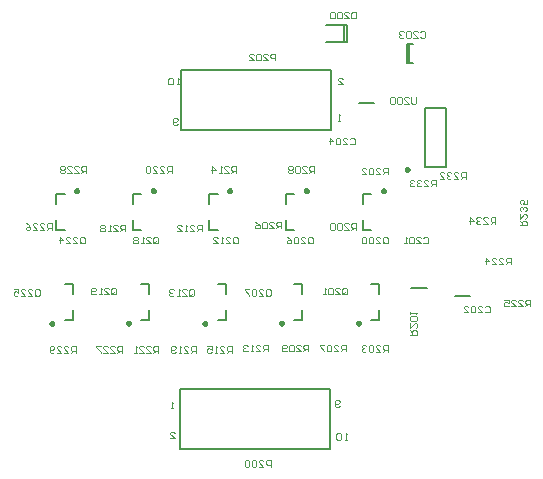
<source format=gbo>
%FSDAX23Y23*%
%MOIN*%
%SFA1B1*%

%IPPOS*%
%ADD32C,0.007900*%
%ADD33C,0.009800*%
%ADD35C,0.003900*%
%LNdriver-1*%
%LPD*%
G54D32*
X03364Y02930D02*
X03415D01*
X03210Y03708D02*
Y03771D01*
X03203Y03708D02*
Y03771D01*
X03226*
X03203Y03708D02*
X03226D01*
X03044Y03574D02*
X03095D01*
X02996Y03775D02*
Y03834D01*
X03003Y03775D02*
Y03834D01*
X02936D02*
X03003D01*
X02936Y03775D02*
X03003D01*
X02447Y02621D02*
X02947D01*
X02447Y02421D02*
X02947D01*
X02447D02*
Y02621D01*
X02947Y02421D02*
Y02621D01*
X02452Y03483D02*
X02952D01*
X02452Y03683D02*
X02952D01*
Y03483D02*
Y03683D01*
X02452Y03483D02*
Y03683D01*
X03057Y03269D02*
X03085D01*
X03057Y03237D02*
Y03269D01*
Y03150D02*
X03085D01*
X03057D02*
Y03182D01*
X03085Y02850D02*
X03112D01*
Y02882*
X03085Y02969D02*
X03112D01*
Y02937D02*
Y02969D01*
X02800Y03269D02*
X02828D01*
X02800Y03237D02*
Y03269D01*
Y03150D02*
X02828D01*
X02800D02*
Y03182D01*
X02828Y02850D02*
X02855D01*
Y02882*
X02828Y02969D02*
X02855D01*
Y02937D02*
Y02969D01*
X02545Y03269D02*
X02573D01*
X02545Y03237D02*
Y03269D01*
Y03150D02*
X02573D01*
X02545D02*
Y03182D01*
X02573Y02850D02*
X02600D01*
Y02882*
X02573Y02969D02*
X02600D01*
Y02937D02*
Y02969D01*
X02290Y03269D02*
X02318D01*
X02290Y03237D02*
Y03269D01*
Y03150D02*
X02318D01*
X02290D02*
Y03182D01*
X02318Y02850D02*
X02345D01*
Y02882*
X02318Y02969D02*
X02345D01*
Y02937D02*
Y02969D01*
X02035Y03269D02*
X02063D01*
X02035Y03237D02*
Y03269D01*
Y03150D02*
X02063D01*
X02035D02*
Y03182D01*
X02063Y02850D02*
X02090D01*
Y02882*
X02063Y02969D02*
X02090D01*
Y02937D02*
Y02969D01*
X03264Y03361D02*
Y03558D01*
X03335Y03361D02*
Y03558D01*
X03264Y03361D02*
X03335D01*
X03264Y03558D02*
X03335D01*
X03219Y02955D02*
X03270D01*
G54D33*
X03131Y03280D02*
D01*
X03131Y03281*
X03131Y03281*
X03131Y03281*
X03131Y03282*
X03131Y03282*
X03130Y03282*
X03130Y03283*
X03130Y03283*
X03130Y03283*
X03130Y03284*
X03129Y03284*
X03129Y03284*
X03129Y03284*
X03129Y03284*
X03128Y03285*
X03128Y03285*
X03128Y03285*
X03127Y03285*
X03127Y03285*
X03127Y03285*
X03126Y03285*
X03126Y03285*
X03126*
X03125Y03285*
X03125Y03285*
X03125Y03285*
X03124Y03285*
X03124Y03285*
X03124Y03285*
X03123Y03285*
X03123Y03284*
X03123Y03284*
X03123Y03284*
X03122Y03284*
X03122Y03284*
X03122Y03283*
X03122Y03283*
X03122Y03283*
X03121Y03282*
X03121Y03282*
X03121Y03282*
X03121Y03281*
X03121Y03281*
X03121Y03281*
X03121Y03280*
X03121Y03280*
X03121Y03280*
X03121Y03279*
X03121Y03279*
X03121Y03279*
X03121Y03278*
X03122Y03278*
X03122Y03278*
X03122Y03278*
X03122Y03277*
X03122Y03277*
X03123Y03277*
X03123Y03277*
X03123Y03276*
X03123Y03276*
X03124Y03276*
X03124Y03276*
X03124Y03276*
X03125Y03276*
X03125Y03276*
X03125Y03276*
X03126Y03276*
X03126*
X03126Y03276*
X03127Y03276*
X03127Y03276*
X03127Y03276*
X03128Y03276*
X03128Y03276*
X03128Y03276*
X03129Y03276*
X03129Y03277*
X03129Y03277*
X03129Y03277*
X03130Y03277*
X03130Y03278*
X03130Y03278*
X03130Y03278*
X03130Y03278*
X03131Y03279*
X03131Y03279*
X03131Y03279*
X03131Y03280*
X03131Y03280*
X03131Y03280*
X03048Y02839D02*
D01*
X03048Y02839*
X03048Y02839*
X03048Y02840*
X03048Y02840*
X03048Y02840*
X03048Y02841*
X03048Y02841*
X03047Y02841*
X03047Y02841*
X03047Y02842*
X03047Y02842*
X03046Y02842*
X03046Y02842*
X03046Y02843*
X03046Y02843*
X03045Y02843*
X03045Y02843*
X03045Y02843*
X03044Y02843*
X03044Y02843*
X03044Y02843*
X03043Y02843*
X03043*
X03043Y02843*
X03042Y02843*
X03042Y02843*
X03042Y02843*
X03041Y02843*
X03041Y02843*
X03041Y02843*
X03040Y02843*
X03040Y02842*
X03040Y02842*
X03040Y02842*
X03039Y02842*
X03039Y02841*
X03039Y02841*
X03039Y02841*
X03039Y02841*
X03039Y02840*
X03038Y02840*
X03038Y02840*
X03038Y02839*
X03038Y02839*
X03038Y02839*
X03038Y02838*
X03038Y02838*
X03038Y02838*
X03038Y02837*
X03039Y02837*
X03039Y02837*
X03039Y02836*
X03039Y02836*
X03039Y02836*
X03039Y02835*
X03040Y02835*
X03040Y02835*
X03040Y02835*
X03040Y02835*
X03041Y02834*
X03041Y02834*
X03041Y02834*
X03042Y02834*
X03042Y02834*
X03042Y02834*
X03043Y02834*
X03043Y02834*
X03043*
X03044Y02834*
X03044Y02834*
X03044Y02834*
X03045Y02834*
X03045Y02834*
X03045Y02834*
X03046Y02834*
X03046Y02835*
X03046Y02835*
X03046Y02835*
X03047Y02835*
X03047Y02835*
X03047Y02836*
X03047Y02836*
X03048Y02836*
X03048Y02837*
X03048Y02837*
X03048Y02837*
X03048Y02838*
X03048Y02838*
X03048Y02838*
X03048Y02839*
X02874Y03280D02*
D01*
X02874Y03281*
X02874Y03281*
X02874Y03281*
X02874Y03282*
X02874Y03282*
X02873Y03282*
X02873Y03283*
X02873Y03283*
X02873Y03283*
X02873Y03284*
X02872Y03284*
X02872Y03284*
X02872Y03284*
X02872Y03284*
X02871Y03285*
X02871Y03285*
X02871Y03285*
X02870Y03285*
X02870Y03285*
X02870Y03285*
X02869Y03285*
X02869Y03285*
X02869*
X02868Y03285*
X02868Y03285*
X02868Y03285*
X02867Y03285*
X02867Y03285*
X02867Y03285*
X02866Y03285*
X02866Y03284*
X02866Y03284*
X02866Y03284*
X02865Y03284*
X02865Y03284*
X02865Y03283*
X02865Y03283*
X02865Y03283*
X02864Y03282*
X02864Y03282*
X02864Y03282*
X02864Y03281*
X02864Y03281*
X02864Y03281*
X02864Y03280*
X02864Y03280*
X02864Y03280*
X02864Y03279*
X02864Y03279*
X02864Y03279*
X02864Y03278*
X02865Y03278*
X02865Y03278*
X02865Y03278*
X02865Y03277*
X02865Y03277*
X02866Y03277*
X02866Y03277*
X02866Y03276*
X02866Y03276*
X02867Y03276*
X02867Y03276*
X02867Y03276*
X02868Y03276*
X02868Y03276*
X02868Y03276*
X02869Y03276*
X02869*
X02869Y03276*
X02870Y03276*
X02870Y03276*
X02870Y03276*
X02871Y03276*
X02871Y03276*
X02871Y03276*
X02872Y03276*
X02872Y03277*
X02872Y03277*
X02872Y03277*
X02873Y03277*
X02873Y03278*
X02873Y03278*
X02873Y03278*
X02873Y03278*
X02874Y03279*
X02874Y03279*
X02874Y03279*
X02874Y03280*
X02874Y03280*
X02874Y03280*
X02791Y02839D02*
D01*
X02791Y02839*
X02791Y02839*
X02791Y02840*
X02791Y02840*
X02791Y02840*
X02791Y02841*
X02791Y02841*
X02790Y02841*
X02790Y02841*
X02790Y02842*
X02790Y02842*
X02789Y02842*
X02789Y02842*
X02789Y02843*
X02789Y02843*
X02788Y02843*
X02788Y02843*
X02788Y02843*
X02787Y02843*
X02787Y02843*
X02787Y02843*
X02786Y02843*
X02786*
X02786Y02843*
X02785Y02843*
X02785Y02843*
X02785Y02843*
X02784Y02843*
X02784Y02843*
X02784Y02843*
X02783Y02843*
X02783Y02842*
X02783Y02842*
X02783Y02842*
X02782Y02842*
X02782Y02841*
X02782Y02841*
X02782Y02841*
X02782Y02841*
X02782Y02840*
X02781Y02840*
X02781Y02840*
X02781Y02839*
X02781Y02839*
X02781Y02839*
X02781Y02838*
X02781Y02838*
X02781Y02838*
X02781Y02837*
X02782Y02837*
X02782Y02837*
X02782Y02836*
X02782Y02836*
X02782Y02836*
X02782Y02835*
X02783Y02835*
X02783Y02835*
X02783Y02835*
X02783Y02835*
X02784Y02834*
X02784Y02834*
X02784Y02834*
X02785Y02834*
X02785Y02834*
X02785Y02834*
X02786Y02834*
X02786Y02834*
X02786*
X02787Y02834*
X02787Y02834*
X02787Y02834*
X02788Y02834*
X02788Y02834*
X02788Y02834*
X02789Y02834*
X02789Y02835*
X02789Y02835*
X02789Y02835*
X02790Y02835*
X02790Y02835*
X02790Y02836*
X02790Y02836*
X02791Y02836*
X02791Y02837*
X02791Y02837*
X02791Y02837*
X02791Y02838*
X02791Y02838*
X02791Y02838*
X02791Y02839*
X02619Y03280D02*
D01*
X02619Y03281*
X02619Y03281*
X02619Y03281*
X02619Y03282*
X02619Y03282*
X02618Y03282*
X02618Y03283*
X02618Y03283*
X02618Y03283*
X02618Y03284*
X02617Y03284*
X02617Y03284*
X02617Y03284*
X02617Y03284*
X02616Y03285*
X02616Y03285*
X02616Y03285*
X02615Y03285*
X02615Y03285*
X02615Y03285*
X02614Y03285*
X02614Y03285*
X02614*
X02613Y03285*
X02613Y03285*
X02613Y03285*
X02612Y03285*
X02612Y03285*
X02612Y03285*
X02611Y03285*
X02611Y03284*
X02611Y03284*
X02611Y03284*
X02610Y03284*
X02610Y03284*
X02610Y03283*
X02610Y03283*
X02610Y03283*
X02609Y03282*
X02609Y03282*
X02609Y03282*
X02609Y03281*
X02609Y03281*
X02609Y03281*
X02609Y03280*
X02609Y03280*
X02609Y03280*
X02609Y03279*
X02609Y03279*
X02609Y03279*
X02609Y03278*
X02610Y03278*
X02610Y03278*
X02610Y03278*
X02610Y03277*
X02610Y03277*
X02611Y03277*
X02611Y03277*
X02611Y03276*
X02611Y03276*
X02612Y03276*
X02612Y03276*
X02612Y03276*
X02613Y03276*
X02613Y03276*
X02613Y03276*
X02614Y03276*
X02614*
X02614Y03276*
X02615Y03276*
X02615Y03276*
X02615Y03276*
X02616Y03276*
X02616Y03276*
X02616Y03276*
X02617Y03276*
X02617Y03277*
X02617Y03277*
X02617Y03277*
X02618Y03277*
X02618Y03278*
X02618Y03278*
X02618Y03278*
X02618Y03278*
X02619Y03279*
X02619Y03279*
X02619Y03279*
X02619Y03280*
X02619Y03280*
X02619Y03280*
X02536Y02839D02*
D01*
X02536Y02839*
X02536Y02839*
X02536Y02840*
X02536Y02840*
X02536Y02840*
X02536Y02841*
X02536Y02841*
X02535Y02841*
X02535Y02841*
X02535Y02842*
X02535Y02842*
X02534Y02842*
X02534Y02842*
X02534Y02843*
X02534Y02843*
X02533Y02843*
X02533Y02843*
X02533Y02843*
X02532Y02843*
X02532Y02843*
X02532Y02843*
X02531Y02843*
X02531*
X02531Y02843*
X02530Y02843*
X02530Y02843*
X02530Y02843*
X02529Y02843*
X02529Y02843*
X02529Y02843*
X02528Y02843*
X02528Y02842*
X02528Y02842*
X02528Y02842*
X02527Y02842*
X02527Y02841*
X02527Y02841*
X02527Y02841*
X02527Y02841*
X02527Y02840*
X02526Y02840*
X02526Y02840*
X02526Y02839*
X02526Y02839*
X02526Y02839*
X02526Y02838*
X02526Y02838*
X02526Y02838*
X02526Y02837*
X02527Y02837*
X02527Y02837*
X02527Y02836*
X02527Y02836*
X02527Y02836*
X02527Y02835*
X02528Y02835*
X02528Y02835*
X02528Y02835*
X02528Y02835*
X02529Y02834*
X02529Y02834*
X02529Y02834*
X02530Y02834*
X02530Y02834*
X02530Y02834*
X02531Y02834*
X02531Y02834*
X02531*
X02532Y02834*
X02532Y02834*
X02532Y02834*
X02533Y02834*
X02533Y02834*
X02533Y02834*
X02534Y02834*
X02534Y02835*
X02534Y02835*
X02534Y02835*
X02535Y02835*
X02535Y02835*
X02535Y02836*
X02535Y02836*
X02536Y02836*
X02536Y02837*
X02536Y02837*
X02536Y02837*
X02536Y02838*
X02536Y02838*
X02536Y02838*
X02536Y02839*
X02364Y03280D02*
D01*
X02364Y03281*
X02364Y03281*
X02364Y03281*
X02364Y03282*
X02364Y03282*
X02363Y03282*
X02363Y03283*
X02363Y03283*
X02363Y03283*
X02363Y03284*
X02362Y03284*
X02362Y03284*
X02362Y03284*
X02362Y03284*
X02361Y03285*
X02361Y03285*
X02361Y03285*
X02360Y03285*
X02360Y03285*
X02360Y03285*
X02359Y03285*
X02359Y03285*
X02359*
X02358Y03285*
X02358Y03285*
X02358Y03285*
X02357Y03285*
X02357Y03285*
X02357Y03285*
X02356Y03285*
X02356Y03284*
X02356Y03284*
X02356Y03284*
X02355Y03284*
X02355Y03284*
X02355Y03283*
X02355Y03283*
X02355Y03283*
X02354Y03282*
X02354Y03282*
X02354Y03282*
X02354Y03281*
X02354Y03281*
X02354Y03281*
X02354Y03280*
X02354Y03280*
X02354Y03280*
X02354Y03279*
X02354Y03279*
X02354Y03279*
X02354Y03278*
X02355Y03278*
X02355Y03278*
X02355Y03278*
X02355Y03277*
X02355Y03277*
X02356Y03277*
X02356Y03277*
X02356Y03276*
X02356Y03276*
X02357Y03276*
X02357Y03276*
X02357Y03276*
X02358Y03276*
X02358Y03276*
X02358Y03276*
X02359Y03276*
X02359*
X02359Y03276*
X02360Y03276*
X02360Y03276*
X02360Y03276*
X02361Y03276*
X02361Y03276*
X02361Y03276*
X02362Y03276*
X02362Y03277*
X02362Y03277*
X02362Y03277*
X02363Y03277*
X02363Y03278*
X02363Y03278*
X02363Y03278*
X02363Y03278*
X02364Y03279*
X02364Y03279*
X02364Y03279*
X02364Y03280*
X02364Y03280*
X02364Y03280*
X02281Y02839D02*
D01*
X02281Y02839*
X02281Y02839*
X02281Y02840*
X02281Y02840*
X02281Y02840*
X02281Y02841*
X02281Y02841*
X02280Y02841*
X02280Y02841*
X02280Y02842*
X02280Y02842*
X02279Y02842*
X02279Y02842*
X02279Y02843*
X02279Y02843*
X02278Y02843*
X02278Y02843*
X02278Y02843*
X02277Y02843*
X02277Y02843*
X02277Y02843*
X02276Y02843*
X02276*
X02276Y02843*
X02275Y02843*
X02275Y02843*
X02275Y02843*
X02274Y02843*
X02274Y02843*
X02274Y02843*
X02273Y02843*
X02273Y02842*
X02273Y02842*
X02273Y02842*
X02272Y02842*
X02272Y02841*
X02272Y02841*
X02272Y02841*
X02272Y02841*
X02272Y02840*
X02271Y02840*
X02271Y02840*
X02271Y02839*
X02271Y02839*
X02271Y02839*
X02271Y02838*
X02271Y02838*
X02271Y02838*
X02271Y02837*
X02272Y02837*
X02272Y02837*
X02272Y02836*
X02272Y02836*
X02272Y02836*
X02272Y02835*
X02273Y02835*
X02273Y02835*
X02273Y02835*
X02273Y02835*
X02274Y02834*
X02274Y02834*
X02274Y02834*
X02275Y02834*
X02275Y02834*
X02275Y02834*
X02276Y02834*
X02276Y02834*
X02276*
X02277Y02834*
X02277Y02834*
X02277Y02834*
X02278Y02834*
X02278Y02834*
X02278Y02834*
X02279Y02834*
X02279Y02835*
X02279Y02835*
X02279Y02835*
X02280Y02835*
X02280Y02835*
X02280Y02836*
X02280Y02836*
X02281Y02836*
X02281Y02837*
X02281Y02837*
X02281Y02837*
X02281Y02838*
X02281Y02838*
X02281Y02838*
X02281Y02839*
X02109Y03280D02*
D01*
X02109Y03281*
X02109Y03281*
X02109Y03281*
X02109Y03282*
X02109Y03282*
X02108Y03282*
X02108Y03283*
X02108Y03283*
X02108Y03283*
X02108Y03284*
X02107Y03284*
X02107Y03284*
X02107Y03284*
X02107Y03284*
X02106Y03285*
X02106Y03285*
X02106Y03285*
X02105Y03285*
X02105Y03285*
X02105Y03285*
X02104Y03285*
X02104Y03285*
X02104*
X02103Y03285*
X02103Y03285*
X02103Y03285*
X02102Y03285*
X02102Y03285*
X02102Y03285*
X02101Y03285*
X02101Y03284*
X02101Y03284*
X02101Y03284*
X02100Y03284*
X02100Y03284*
X02100Y03283*
X02100Y03283*
X02100Y03283*
X02099Y03282*
X02099Y03282*
X02099Y03282*
X02099Y03281*
X02099Y03281*
X02099Y03281*
X02099Y03280*
X02099Y03280*
X02099Y03280*
X02099Y03279*
X02099Y03279*
X02099Y03279*
X02099Y03278*
X02100Y03278*
X02100Y03278*
X02100Y03278*
X02100Y03277*
X02100Y03277*
X02101Y03277*
X02101Y03277*
X02101Y03276*
X02101Y03276*
X02102Y03276*
X02102Y03276*
X02102Y03276*
X02103Y03276*
X02103Y03276*
X02103Y03276*
X02104Y03276*
X02104*
X02104Y03276*
X02105Y03276*
X02105Y03276*
X02105Y03276*
X02106Y03276*
X02106Y03276*
X02106Y03276*
X02107Y03276*
X02107Y03277*
X02107Y03277*
X02107Y03277*
X02108Y03277*
X02108Y03278*
X02108Y03278*
X02108Y03278*
X02108Y03278*
X02109Y03279*
X02109Y03279*
X02109Y03279*
X02109Y03280*
X02109Y03280*
X02109Y03280*
X02026Y02839D02*
D01*
X02026Y02839*
X02026Y02839*
X02026Y02840*
X02026Y02840*
X02026Y02840*
X02026Y02841*
X02026Y02841*
X02025Y02841*
X02025Y02841*
X02025Y02842*
X02025Y02842*
X02024Y02842*
X02024Y02842*
X02024Y02843*
X02024Y02843*
X02023Y02843*
X02023Y02843*
X02023Y02843*
X02022Y02843*
X02022Y02843*
X02022Y02843*
X02021Y02843*
X02021*
X02021Y02843*
X02020Y02843*
X02020Y02843*
X02020Y02843*
X02019Y02843*
X02019Y02843*
X02019Y02843*
X02018Y02843*
X02018Y02842*
X02018Y02842*
X02018Y02842*
X02017Y02842*
X02017Y02841*
X02017Y02841*
X02017Y02841*
X02017Y02841*
X02017Y02840*
X02016Y02840*
X02016Y02840*
X02016Y02839*
X02016Y02839*
X02016Y02839*
X02016Y02838*
X02016Y02838*
X02016Y02838*
X02016Y02837*
X02017Y02837*
X02017Y02837*
X02017Y02836*
X02017Y02836*
X02017Y02836*
X02017Y02835*
X02018Y02835*
X02018Y02835*
X02018Y02835*
X02018Y02835*
X02019Y02834*
X02019Y02834*
X02019Y02834*
X02020Y02834*
X02020Y02834*
X02020Y02834*
X02021Y02834*
X02021Y02834*
X02021*
X02022Y02834*
X02022Y02834*
X02022Y02834*
X02023Y02834*
X02023Y02834*
X02023Y02834*
X02024Y02834*
X02024Y02835*
X02024Y02835*
X02024Y02835*
X02025Y02835*
X02025Y02835*
X02025Y02836*
X02025Y02836*
X02026Y02836*
X02026Y02837*
X02026Y02837*
X02026Y02837*
X02026Y02838*
X02026Y02838*
X02026Y02838*
X02026Y02839*
X03210Y03351D02*
D01*
X03210Y03351*
X03210Y03352*
X03210Y03352*
X03210Y03352*
X03210Y03353*
X03209Y03353*
X03209Y03353*
X03209Y03354*
X03209Y03354*
X03209Y03354*
X03209Y03354*
X03208Y03355*
X03208Y03355*
X03208Y03355*
X03207Y03355*
X03207Y03355*
X03207Y03356*
X03207Y03356*
X03206Y03356*
X03206Y03356*
X03206Y03356*
X03205Y03356*
X03205*
X03204Y03356*
X03204Y03356*
X03204Y03356*
X03203Y03356*
X03203Y03356*
X03203Y03355*
X03203Y03355*
X03202Y03355*
X03202Y03355*
X03202Y03355*
X03201Y03354*
X03201Y03354*
X03201Y03354*
X03201Y03354*
X03201Y03353*
X03201Y03353*
X03200Y03353*
X03200Y03352*
X03200Y03352*
X03200Y03352*
X03200Y03351*
X03200Y03351*
X03200Y03351*
X03200Y03350*
X03200Y03350*
X03200Y03350*
X03200Y03349*
X03201Y03349*
X03201Y03349*
X03201Y03348*
X03201Y03348*
X03201Y03348*
X03201Y03348*
X03202Y03347*
X03202Y03347*
X03202Y03347*
X03203Y03347*
X03203Y03347*
X03203Y03346*
X03203Y03346*
X03204Y03346*
X03204Y03346*
X03204Y03346*
X03205Y03346*
X03205*
X03206Y03346*
X03206Y03346*
X03206Y03346*
X03207Y03346*
X03207Y03346*
X03207Y03347*
X03207Y03347*
X03208Y03347*
X03208Y03347*
X03208Y03347*
X03209Y03348*
X03209Y03348*
X03209Y03348*
X03209Y03348*
X03209Y03349*
X03209Y03349*
X03210Y03349*
X03210Y03350*
X03210Y03350*
X03210Y03350*
X03210Y03351*
X03210Y03351*
G54D35*
X03464Y02894D02*
X03468Y02898D01*
X03476*
X03480Y02894*
Y02878*
X03476Y02875*
X03468*
X03464Y02878*
X03440Y02875D02*
X03456D01*
X03440Y02890*
Y02894*
X03444Y02898*
X03452*
X03456Y02894*
X03432D02*
X03428Y02898D01*
X03421*
X03417Y02894*
Y02878*
X03421Y02875*
X03428*
X03432Y02878*
Y02894*
X03393Y02875D02*
X03409D01*
X03393Y02890*
Y02894*
X03397Y02898*
X03405*
X03409Y02894*
X03249Y03809D02*
X03253Y03813D01*
X03261*
X03265Y03809*
Y03793*
X03261Y03790*
X03253*
X03249Y03793*
X03225Y03790D02*
X03241D01*
X03225Y03805*
Y03809*
X03229Y03813*
X03237*
X03241Y03809*
X03217D02*
X03213Y03813D01*
X03206*
X03202Y03809*
Y03793*
X03206Y03790*
X03213*
X03217Y03793*
Y03809*
X03194D02*
X03190Y03813D01*
X03182*
X03178Y03809*
Y03805*
X03182Y03801*
X03186*
X03182*
X03178Y03797*
Y03793*
X03182Y03790*
X03190*
X03194Y03793*
X03014Y03454D02*
X03018Y03458D01*
X03026*
X03030Y03454*
Y03438*
X03026Y03435*
X03018*
X03014Y03438*
X02990Y03435D02*
X03006D01*
X02990Y03450*
Y03454*
X02994Y03458*
X03002*
X03006Y03454*
X02982D02*
X02978Y03458D01*
X02971*
X02967Y03454*
Y03438*
X02971Y03435*
X02978*
X02982Y03438*
Y03454*
X02947Y03435D02*
Y03458D01*
X02959Y03446*
X02943*
X03035Y03878D02*
Y03855D01*
X03023*
X03019Y03858*
Y03874*
X03023Y03878*
X03035*
X02995Y03855D02*
X03011D01*
X02995Y03870*
Y03874*
X02999Y03878*
X03007*
X03011Y03874*
X02987D02*
X02983Y03878D01*
X02976*
X02972Y03874*
Y03858*
X02976Y03855*
X02983*
X02987Y03858*
Y03874*
X02964D02*
X02960Y03878D01*
X02952*
X02948Y03874*
Y03858*
X02952Y03855*
X02960*
X02964Y03858*
Y03874*
X02750Y02360D02*
Y02383D01*
X02738*
X02734Y02380*
Y02372*
X02738Y02368*
X02750*
X02710Y02360D02*
X02726D01*
X02710Y02376*
Y02380*
X02714Y02383*
X02722*
X02726Y02380*
X02702D02*
X02698Y02383D01*
X02691*
X02687Y02380*
Y02364*
X02691Y02360*
X02698*
X02702Y02364*
Y02380*
X02679D02*
X02675Y02383D01*
X02667*
X02663Y02380*
Y02364*
X02667Y02360*
X02675*
X02679Y02364*
Y02380*
X03005Y02450D02*
X02997D01*
X03001*
Y02473*
X03005Y02469*
X02985D02*
X02981Y02473D01*
X02973*
X02969Y02469*
Y02453*
X02973Y02450*
X02981*
X02985Y02453*
Y02469*
X02980Y02563D02*
X02976Y02560D01*
X02968*
X02964Y02563*
Y02579*
X02968Y02583*
X02976*
X02980Y02579*
Y02575*
X02976Y02571*
X02964*
X02425Y02555D02*
X02417D01*
X02421*
Y02578*
X02425Y02574*
X02414Y02455D02*
X02430D01*
X02414Y02470*
Y02474*
X02418Y02478*
X02426*
X02430Y02474*
X02765Y03715D02*
Y03738D01*
X02753*
X02749Y03734*
Y03726*
X02753Y03722*
X02765*
X02725Y03715D02*
X02741D01*
X02725Y03730*
Y03734*
X02729Y03738*
X02737*
X02741Y03734*
X02717D02*
X02713Y03738D01*
X02706*
X02702Y03734*
Y03718*
X02706Y03715*
X02713*
X02717Y03718*
Y03734*
X02678Y03715D02*
X02694D01*
X02678Y03730*
Y03734*
X02682Y03738*
X02690*
X02694Y03734*
X02445Y03635D02*
X02437D01*
X02441*
Y03658*
X02445Y03654*
X02425D02*
X02421Y03658D01*
X02413*
X02409Y03654*
Y03638*
X02413Y03635*
X02421*
X02425Y03638*
Y03654*
X02440Y03503D02*
X02436Y03500D01*
X02428*
X02424Y03503*
Y03519*
X02428Y03523*
X02436*
X02440Y03519*
Y03515*
X02436Y03511*
X02424*
X02982Y03513D02*
X02974D01*
X02978*
Y03536*
X02982Y03532*
X02974Y03635D02*
X02990D01*
X02974Y03650*
Y03654*
X02978Y03658*
X02986*
X02990Y03654*
X03124Y03108D02*
Y03124D01*
X03128Y03128*
X03136*
X03140Y03124*
Y03108*
X03136Y03105*
X03128*
X03132Y03112D02*
X03124Y03105D01*
X03128D02*
X03124Y03108D01*
X03100Y03105D02*
X03116D01*
X03100Y03120*
Y03124*
X03104Y03128*
X03112*
X03116Y03124*
X03092D02*
X03088Y03128D01*
X03081*
X03077Y03124*
Y03108*
X03081Y03105*
X03088*
X03092Y03108*
Y03124*
X03069D02*
X03065Y03128D01*
X03057*
X03053Y03124*
Y03108*
X03057Y03105*
X03065*
X03069Y03108*
Y03124*
X02989Y02938D02*
Y02954D01*
X02993Y02958*
X03001*
X03005Y02954*
Y02938*
X03001Y02935*
X02993*
X02997Y02942D02*
X02989Y02935D01*
X02993D02*
X02989Y02938D01*
X02965Y02935D02*
X02981D01*
X02965Y02950*
Y02954*
X02969Y02958*
X02977*
X02981Y02954*
X02957D02*
X02953Y02958D01*
X02946*
X02942Y02954*
Y02938*
X02946Y02935*
X02953*
X02957Y02938*
Y02954*
X02934Y02935D02*
X02926D01*
X02930*
Y02958*
X02934Y02954*
X02874Y03108D02*
Y03124D01*
X02878Y03128*
X02886*
X02890Y03124*
Y03108*
X02886Y03105*
X02878*
X02882Y03112D02*
X02874Y03105D01*
X02878D02*
X02874Y03108D01*
X02850Y03105D02*
X02866D01*
X02850Y03120*
Y03124*
X02854Y03128*
X02862*
X02866Y03124*
X02842D02*
X02838Y03128D01*
X02831*
X02827Y03124*
Y03108*
X02831Y03105*
X02838*
X02842Y03108*
Y03124*
X02803Y03128D02*
X02811Y03124D01*
X02819Y03116*
Y03108*
X02815Y03105*
X02807*
X02803Y03108*
Y03112*
X02807Y03116*
X02819*
X02734Y02933D02*
Y02949D01*
X02738Y02953*
X02746*
X02750Y02949*
Y02933*
X02746Y02930*
X02738*
X02742Y02937D02*
X02734Y02930D01*
X02738D02*
X02734Y02933D01*
X02710Y02930D02*
X02726D01*
X02710Y02945*
Y02949*
X02714Y02953*
X02722*
X02726Y02949*
X02702D02*
X02698Y02953D01*
X02691*
X02687Y02949*
Y02933*
X02691Y02930*
X02698*
X02702Y02933*
Y02949*
X02679Y02953D02*
X02663D01*
Y02949*
X02679Y02933*
Y02930*
X02624Y03108D02*
Y03124D01*
X02628Y03128*
X02636*
X02640Y03124*
Y03108*
X02636Y03105*
X02628*
X02632Y03112D02*
X02624Y03105D01*
X02628D02*
X02624Y03108D01*
X02600Y03105D02*
X02616D01*
X02600Y03120*
Y03124*
X02604Y03128*
X02612*
X02616Y03124*
X02592Y03105D02*
X02584D01*
X02588*
Y03128*
X02592Y03124*
X02557Y03105D02*
X02573D01*
X02557Y03120*
Y03124*
X02561Y03128*
X02569*
X02573Y03124*
X02479Y02933D02*
Y02949D01*
X02483Y02953*
X02491*
X02495Y02949*
Y02933*
X02491Y02930*
X02483*
X02487Y02937D02*
X02479Y02930D01*
X02483D02*
X02479Y02933D01*
X02455Y02930D02*
X02471D01*
X02455Y02945*
Y02949*
X02459Y02953*
X02467*
X02471Y02949*
X02447Y02930D02*
X02439D01*
X02443*
Y02953*
X02447Y02949*
X02428D02*
X02424Y02953D01*
X02416*
X02412Y02949*
Y02945*
X02416Y02941*
X02420*
X02416*
X02412Y02937*
Y02933*
X02416Y02930*
X02424*
X02428Y02933*
X02359Y03108D02*
Y03124D01*
X02363Y03128*
X02371*
X02375Y03124*
Y03108*
X02371Y03105*
X02363*
X02367Y03112D02*
X02359Y03105D01*
X02363D02*
X02359Y03108D01*
X02335Y03105D02*
X02351D01*
X02335Y03120*
Y03124*
X02339Y03128*
X02347*
X02351Y03124*
X02327Y03105D02*
X02319D01*
X02323*
Y03128*
X02327Y03124*
X02308D02*
X02304Y03128D01*
X02296*
X02292Y03124*
Y03120*
X02296Y03116*
X02292Y03112*
Y03108*
X02296Y03105*
X02304*
X02308Y03108*
Y03112*
X02304Y03116*
X02308Y03120*
Y03124*
X02304Y03116D02*
X02296D01*
X02219Y02938D02*
Y02954D01*
X02223Y02958*
X02231*
X02235Y02954*
Y02938*
X02231Y02935*
X02223*
X02227Y02942D02*
X02219Y02935D01*
X02223D02*
X02219Y02938D01*
X02195Y02935D02*
X02211D01*
X02195Y02950*
Y02954*
X02199Y02958*
X02207*
X02211Y02954*
X02187Y02935D02*
X02179D01*
X02183*
Y02958*
X02187Y02954*
X02168Y02938D02*
X02164Y02935D01*
X02156*
X02152Y02938*
Y02954*
X02156Y02958*
X02164*
X02168Y02954*
Y02950*
X02164Y02946*
X02152*
X02114Y03108D02*
Y03124D01*
X02118Y03128*
X02126*
X02130Y03124*
Y03108*
X02126Y03105*
X02118*
X02122Y03112D02*
X02114Y03105D01*
X02118D02*
X02114Y03108D01*
X02090Y03105D02*
X02106D01*
X02090Y03120*
Y03124*
X02094Y03128*
X02102*
X02106Y03124*
X02067Y03105D02*
X02082D01*
X02067Y03120*
Y03124*
X02071Y03128*
X02078*
X02082Y03124*
X02047Y03105D02*
Y03128D01*
X02059Y03116*
X02043*
X01964Y02933D02*
Y02949D01*
X01968Y02953*
X01976*
X01980Y02949*
Y02933*
X01976Y02930*
X01968*
X01972Y02937D02*
X01964Y02930D01*
X01968D02*
X01964Y02933D01*
X01940Y02930D02*
X01956D01*
X01940Y02945*
Y02949*
X01944Y02953*
X01952*
X01956Y02949*
X01917Y02930D02*
X01932D01*
X01917Y02945*
Y02949*
X01921Y02953*
X01928*
X01932Y02949*
X01893Y02953D02*
X01909D01*
Y02941*
X01901Y02945*
X01897*
X01893Y02941*
Y02933*
X01897Y02930*
X01905*
X01909Y02933*
X03035Y03150D02*
Y03173D01*
X03023*
X03019Y03169*
Y03161*
X03023Y03157*
X03035*
X03027D02*
X03019Y03150D01*
X02995D02*
X03011D01*
X02995Y03165*
Y03169*
X02999Y03173*
X03007*
X03011Y03169*
X02987D02*
X02983Y03173D01*
X02976*
X02972Y03169*
Y03153*
X02976Y03150*
X02983*
X02987Y03153*
Y03169*
X02964D02*
X02960Y03173D01*
X02952*
X02948Y03169*
Y03153*
X02952Y03150*
X02960*
X02964Y03153*
Y03169*
X03215Y02800D02*
X03238D01*
Y02811*
X03234Y02815*
X03226*
X03222Y02811*
Y02800*
Y02807D02*
X03215Y02815D01*
Y02839D02*
Y02823D01*
X03230Y02839*
X03234*
X03238Y02835*
Y02827*
X03234Y02823*
Y02847D02*
X03238Y02851D01*
Y02859*
X03234Y02863*
X03218*
X03215Y02859*
Y02851*
X03218Y02847*
X03234*
X03215Y02870D02*
Y02878D01*
Y02874*
X03238*
X03234Y02870*
X03140Y03335D02*
Y03358D01*
X03128*
X03124Y03354*
Y03346*
X03128Y03342*
X03140*
X03132D02*
X03124Y03335D01*
X03100D02*
X03116D01*
X03100Y03350*
Y03354*
X03104Y03358*
X03112*
X03116Y03354*
X03092D02*
X03088Y03358D01*
X03081*
X03077Y03354*
Y03338*
X03081Y03335*
X03088*
X03092Y03338*
Y03354*
X03053Y03335D02*
X03069D01*
X03053Y03350*
Y03354*
X03057Y03358*
X03065*
X03069Y03354*
X03140Y02743D02*
Y02767D01*
X03128*
X03124Y02763*
Y02755*
X03128Y02751*
X03140*
X03132D02*
X03124Y02743D01*
X03100D02*
X03116D01*
X03100Y02759*
Y02763*
X03104Y02767*
X03112*
X03116Y02763*
X03092D02*
X03088Y02767D01*
X03081*
X03077Y02763*
Y02747*
X03081Y02743*
X03088*
X03092Y02747*
Y02763*
X03069D02*
X03065Y02767D01*
X03057*
X03053Y02763*
Y02759*
X03057Y02755*
X03061*
X03057*
X03053Y02751*
Y02747*
X03057Y02743*
X03065*
X03069Y02747*
X02785Y03155D02*
Y03178D01*
X02773*
X02769Y03174*
Y03166*
X02773Y03162*
X02785*
X02777D02*
X02769Y03155D01*
X02745D02*
X02761D01*
X02745Y03170*
Y03174*
X02749Y03178*
X02757*
X02761Y03174*
X02737D02*
X02733Y03178D01*
X02726*
X02722Y03174*
Y03158*
X02726Y03155*
X02733*
X02737Y03158*
Y03174*
X02698Y03178D02*
X02706Y03174D01*
X02714Y03166*
Y03158*
X02710Y03155*
X02702*
X02698Y03158*
Y03162*
X02702Y03166*
X02714*
X03000Y02745D02*
Y02768D01*
X02988*
X02984Y02764*
Y02756*
X02988Y02752*
X03000*
X02992D02*
X02984Y02745D01*
X02960D02*
X02976D01*
X02960Y02760*
Y02764*
X02964Y02768*
X02972*
X02976Y02764*
X02952D02*
X02948Y02768D01*
X02941*
X02937Y02764*
Y02748*
X02941Y02745*
X02948*
X02952Y02748*
Y02764*
X02929Y02768D02*
X02913D01*
Y02764*
X02929Y02748*
Y02745*
X02895Y03340D02*
Y03363D01*
X02883*
X02879Y03359*
Y03351*
X02883Y03347*
X02895*
X02887D02*
X02879Y03340D01*
X02855D02*
X02871D01*
X02855Y03355*
Y03359*
X02859Y03363*
X02867*
X02871Y03359*
X02847D02*
X02843Y03363D01*
X02836*
X02832Y03359*
Y03343*
X02836Y03340*
X02843*
X02847Y03343*
Y03359*
X02824D02*
X02820Y03363D01*
X02812*
X02808Y03359*
Y03355*
X02812Y03351*
X02808Y03347*
Y03343*
X02812Y03340*
X02820*
X02824Y03343*
Y03347*
X02820Y03351*
X02824Y03355*
Y03359*
X02820Y03351D02*
X02812D01*
X02875Y02745D02*
Y02768D01*
X02863*
X02859Y02764*
Y02756*
X02863Y02752*
X02875*
X02867D02*
X02859Y02745D01*
X02835D02*
X02851D01*
X02835Y02760*
Y02764*
X02839Y02768*
X02847*
X02851Y02764*
X02827D02*
X02823Y02768D01*
X02816*
X02812Y02764*
Y02748*
X02816Y02745*
X02823*
X02827Y02748*
Y02764*
X02804Y02748D02*
X02800Y02745D01*
X02792*
X02788Y02748*
Y02764*
X02792Y02768*
X02800*
X02804Y02764*
Y02760*
X02800Y02756*
X02788*
X02520Y03145D02*
Y03168D01*
X02508*
X02504Y03164*
Y03156*
X02508Y03152*
X02520*
X02512D02*
X02504Y03145D01*
X02480D02*
X02496D01*
X02480Y03160*
Y03164*
X02484Y03168*
X02492*
X02496Y03164*
X02472Y03145D02*
X02464D01*
X02468*
Y03168*
X02472Y03164*
X02437Y03145D02*
X02453D01*
X02437Y03160*
Y03164*
X02441Y03168*
X02449*
X02453Y03164*
X02740Y02745D02*
Y02768D01*
X02728*
X02724Y02764*
Y02756*
X02728Y02752*
X02740*
X02732D02*
X02724Y02745D01*
X02700D02*
X02716D01*
X02700Y02760*
Y02764*
X02704Y02768*
X02712*
X02716Y02764*
X02692Y02745D02*
X02684D01*
X02688*
Y02768*
X02692Y02764*
X02673D02*
X02669Y02768D01*
X02661*
X02657Y02764*
Y02760*
X02661Y02756*
X02665*
X02661*
X02657Y02752*
Y02748*
X02661Y02745*
X02669*
X02673Y02748*
X02635Y03340D02*
Y03363D01*
X02623*
X02619Y03359*
Y03351*
X02623Y03347*
X02635*
X02627D02*
X02619Y03340D01*
X02595D02*
X02611D01*
X02595Y03355*
Y03359*
X02599Y03363*
X02607*
X02611Y03359*
X02587Y03340D02*
X02579D01*
X02583*
Y03363*
X02587Y03359*
X02556Y03340D02*
Y03363D01*
X02568Y03351*
X02552*
X02620Y02740D02*
Y02763D01*
X02608*
X02604Y02759*
Y02751*
X02608Y02747*
X02620*
X02612D02*
X02604Y02740D01*
X02580D02*
X02596D01*
X02580Y02755*
Y02759*
X02584Y02763*
X02592*
X02596Y02759*
X02572Y02740D02*
X02564D01*
X02568*
Y02763*
X02572Y02759*
X02537Y02763D02*
X02553D01*
Y02751*
X02545Y02755*
X02541*
X02537Y02751*
Y02743*
X02541Y02740*
X02549*
X02553Y02743*
X02265Y03145D02*
Y03168D01*
X02253*
X02249Y03164*
Y03156*
X02253Y03152*
X02265*
X02257D02*
X02249Y03145D01*
X02225D02*
X02241D01*
X02225Y03160*
Y03164*
X02229Y03168*
X02237*
X02241Y03164*
X02217Y03145D02*
X02209D01*
X02213*
Y03168*
X02217Y03164*
X02198D02*
X02194Y03168D01*
X02186*
X02182Y03164*
Y03160*
X02186Y03156*
X02182Y03152*
Y03148*
X02186Y03145*
X02194*
X02198Y03148*
Y03152*
X02194Y03156*
X02198Y03160*
Y03164*
X02194Y03156D02*
X02186D01*
X02500Y02740D02*
Y02763D01*
X02488*
X02484Y02759*
Y02751*
X02488Y02747*
X02500*
X02492D02*
X02484Y02740D01*
X02460D02*
X02476D01*
X02460Y02755*
Y02759*
X02464Y02763*
X02472*
X02476Y02759*
X02452Y02740D02*
X02444D01*
X02448*
Y02763*
X02452Y02759*
X02433Y02743D02*
X02429Y02740D01*
X02421*
X02417Y02743*
Y02759*
X02421Y02763*
X02429*
X02433Y02759*
Y02755*
X02429Y02751*
X02417*
X02420Y03340D02*
Y03363D01*
X02408*
X02404Y03359*
Y03351*
X02408Y03347*
X02420*
X02412D02*
X02404Y03340D01*
X02380D02*
X02396D01*
X02380Y03355*
Y03359*
X02384Y03363*
X02392*
X02396Y03359*
X02357Y03340D02*
X02372D01*
X02357Y03355*
Y03359*
X02361Y03363*
X02368*
X02372Y03359*
X02349D02*
X02345Y03363D01*
X02337*
X02333Y03359*
Y03343*
X02337Y03340*
X02345*
X02349Y03343*
Y03359*
X02375Y02740D02*
Y02763D01*
X02363*
X02359Y02759*
Y02751*
X02363Y02747*
X02375*
X02367D02*
X02359Y02740D01*
X02335D02*
X02351D01*
X02335Y02755*
Y02759*
X02339Y02763*
X02347*
X02351Y02759*
X02312Y02740D02*
X02327D01*
X02312Y02755*
Y02759*
X02316Y02763*
X02323*
X02327Y02759*
X02304Y02740D02*
X02296D01*
X02300*
Y02763*
X02304Y02759*
X03550Y03035D02*
Y03058D01*
X03538*
X03534Y03054*
Y03046*
X03538Y03042*
X03550*
X03542D02*
X03534Y03035D01*
X03510D02*
X03526D01*
X03510Y03050*
Y03054*
X03514Y03058*
X03522*
X03526Y03054*
X03487Y03035D02*
X03502D01*
X03487Y03050*
Y03054*
X03491Y03058*
X03498*
X03502Y03054*
X03467Y03035D02*
Y03058D01*
X03479Y03046*
X03463*
X03615Y02895D02*
Y02918D01*
X03603*
X03599Y02914*
Y02906*
X03603Y02902*
X03615*
X03607D02*
X03599Y02895D01*
X03575D02*
X03591D01*
X03575Y02910*
Y02914*
X03579Y02918*
X03587*
X03591Y02914*
X03552Y02895D02*
X03567D01*
X03552Y02910*
Y02914*
X03556Y02918*
X03563*
X03567Y02914*
X03528Y02918D02*
X03544D01*
Y02906*
X03536Y02910*
X03532*
X03528Y02906*
Y02898*
X03532Y02895*
X03540*
X03544Y02898*
X02020Y03150D02*
Y03173D01*
X02008*
X02004Y03169*
Y03161*
X02008Y03157*
X02020*
X02012D02*
X02004Y03150D01*
X01980D02*
X01996D01*
X01980Y03165*
Y03169*
X01984Y03173*
X01992*
X01996Y03169*
X01957Y03150D02*
X01972D01*
X01957Y03165*
Y03169*
X01961Y03173*
X01968*
X01972Y03169*
X01933Y03173D02*
X01941Y03169D01*
X01949Y03161*
Y03153*
X01945Y03150*
X01937*
X01933Y03153*
Y03157*
X01937Y03161*
X01949*
X02255Y02740D02*
Y02763D01*
X02243*
X02239Y02759*
Y02751*
X02243Y02747*
X02255*
X02247D02*
X02239Y02740D01*
X02215D02*
X02231D01*
X02215Y02755*
Y02759*
X02219Y02763*
X02227*
X02231Y02759*
X02192Y02740D02*
X02207D01*
X02192Y02755*
Y02759*
X02196Y02763*
X02203*
X02207Y02759*
X02184Y02763D02*
X02168D01*
Y02759*
X02184Y02743*
Y02740*
X02135Y03340D02*
Y03363D01*
X02123*
X02119Y03359*
Y03351*
X02123Y03347*
X02135*
X02127D02*
X02119Y03340D01*
X02095D02*
X02111D01*
X02095Y03355*
Y03359*
X02099Y03363*
X02107*
X02111Y03359*
X02072Y03340D02*
X02087D01*
X02072Y03355*
Y03359*
X02076Y03363*
X02083*
X02087Y03359*
X02064D02*
X02060Y03363D01*
X02052*
X02048Y03359*
Y03355*
X02052Y03351*
X02048Y03347*
Y03343*
X02052Y03340*
X02060*
X02064Y03343*
Y03347*
X02060Y03351*
X02064Y03355*
Y03359*
X02060Y03351D02*
X02052D01*
X02100Y02740D02*
Y02763D01*
X02088*
X02084Y02759*
Y02751*
X02088Y02747*
X02100*
X02092D02*
X02084Y02740D01*
X02060D02*
X02076D01*
X02060Y02755*
Y02759*
X02064Y02763*
X02072*
X02076Y02759*
X02037Y02740D02*
X02052D01*
X02037Y02755*
Y02759*
X02041Y02763*
X02048*
X02052Y02759*
X02029Y02743D02*
X02025Y02740D01*
X02017*
X02013Y02743*
Y02759*
X02017Y02763*
X02025*
X02029Y02759*
Y02755*
X02025Y02751*
X02013*
X03400Y03320D02*
Y03343D01*
X03388*
X03384Y03339*
Y03331*
X03388Y03327*
X03400*
X03392D02*
X03384Y03320D01*
X03360D02*
X03376D01*
X03360Y03335*
Y03339*
X03364Y03343*
X03372*
X03376Y03339*
X03352D02*
X03348Y03343D01*
X03341*
X03337Y03339*
Y03335*
X03341Y03331*
X03344*
X03341*
X03337Y03327*
Y03323*
X03341Y03320*
X03348*
X03352Y03323*
X03313Y03320D02*
X03329D01*
X03313Y03335*
Y03339*
X03317Y03343*
X03325*
X03329Y03339*
X03300Y03295D02*
Y03318D01*
X03288*
X03284Y03314*
Y03306*
X03288Y03302*
X03300*
X03292D02*
X03284Y03295D01*
X03260D02*
X03276D01*
X03260Y03310*
Y03314*
X03264Y03318*
X03272*
X03276Y03314*
X03252D02*
X03248Y03318D01*
X03241*
X03237Y03314*
Y03310*
X03241Y03306*
X03244*
X03241*
X03237Y03302*
Y03298*
X03241Y03295*
X03248*
X03252Y03298*
X03229Y03314D02*
X03225Y03318D01*
X03217*
X03213Y03314*
Y03310*
X03217Y03306*
X03221*
X03217*
X03213Y03302*
Y03298*
X03217Y03295*
X03225*
X03229Y03298*
X03499Y03170D02*
Y03193D01*
X03487*
X03483Y03189*
Y03181*
X03487Y03177*
X03499*
X03491D02*
X03483Y03170D01*
X03459D02*
X03475D01*
X03459Y03185*
Y03189*
X03463Y03193*
X03471*
X03475Y03189*
X03451D02*
X03447Y03193D01*
X03440*
X03436Y03189*
Y03185*
X03440Y03181*
X03443*
X03440*
X03436Y03177*
Y03173*
X03440Y03170*
X03447*
X03451Y03173*
X03416Y03170D02*
Y03193D01*
X03428Y03181*
X03412*
X03580Y03165D02*
X03603D01*
Y03176*
X03599Y03180*
X03591*
X03587Y03176*
Y03165*
Y03172D02*
X03580Y03180D01*
Y03204D02*
Y03188D01*
X03595Y03204*
X03599*
X03603Y03200*
Y03192*
X03599Y03188*
Y03212D02*
X03603Y03216D01*
Y03224*
X03599Y03228*
X03595*
X03591Y03224*
Y03220*
Y03224*
X03587Y03228*
X03583*
X03580Y03224*
Y03216*
X03583Y03212*
X03603Y03251D02*
Y03235D01*
X03591*
X03595Y03243*
Y03247*
X03591Y03251*
X03583*
X03580Y03247*
Y03239*
X03583Y03235*
X03235Y03593D02*
Y03573D01*
X03231Y03570*
X03223*
X03219Y03573*
Y03593*
X03195Y03570D02*
X03211D01*
X03195Y03585*
Y03589*
X03199Y03593*
X03207*
X03211Y03589*
X03187D02*
X03183Y03593D01*
X03176*
X03172Y03589*
Y03573*
X03176Y03570*
X03183*
X03187Y03573*
Y03589*
X03164D02*
X03160Y03593D01*
X03152*
X03148Y03589*
Y03573*
X03152Y03570*
X03160*
X03164Y03573*
Y03589*
X03259Y03124D02*
X03263Y03128D01*
X03271*
X03275Y03124*
Y03108*
X03271Y03105*
X03263*
X03259Y03108*
X03235Y03105D02*
X03251D01*
X03235Y03120*
Y03124*
X03239Y03128*
X03247*
X03251Y03124*
X03227D02*
X03223Y03128D01*
X03216*
X03212Y03124*
Y03108*
X03216Y03105*
X03223*
X03227Y03108*
Y03124*
X03204Y03105D02*
X03196D01*
X03200*
Y03128*
X03204Y03124*
M02*
</source>
